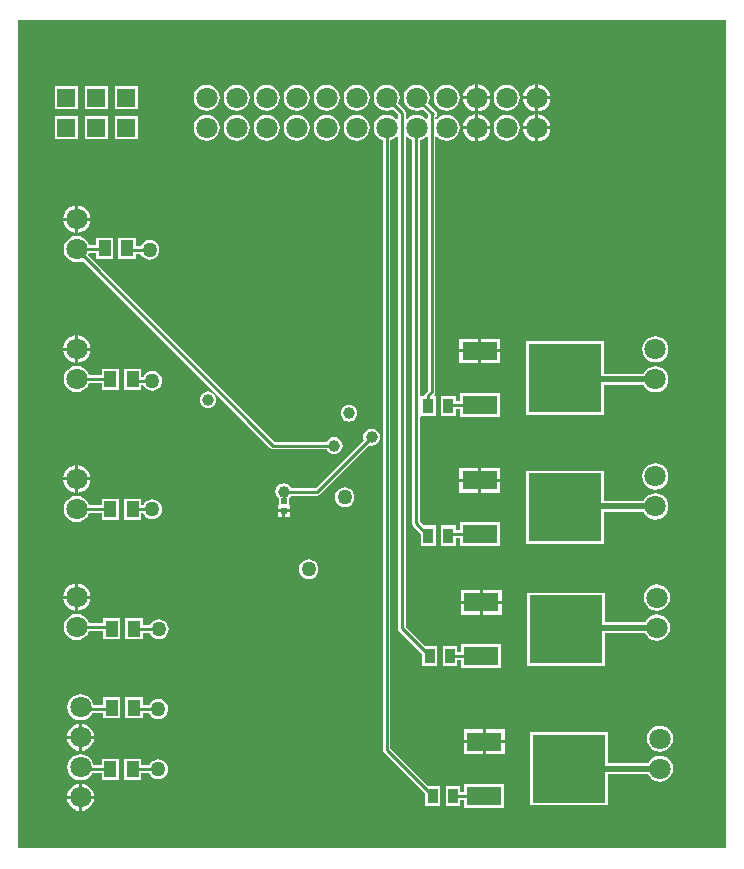
<source format=gbr>
G04 Layer_Physical_Order=4*
G04 Layer_Color=16711680*
%FSLAX26Y26*%
%MOIN*%
%TF.FileFunction,Copper,L4,Bot,Signal*%
%TF.Part,Single*%
G01*
G75*
%TA.AperFunction,SMDPad,CuDef*%
%ADD12R,0.033465X0.051181*%
%ADD16R,0.020472X0.020472*%
%TA.AperFunction,Conductor*%
%ADD17C,0.010000*%
%ADD18C,0.019685*%
%TA.AperFunction,ComponentPad*%
%ADD19R,0.060000X0.060000*%
%ADD20C,0.070866*%
%TA.AperFunction,ViaPad*%
%ADD21C,0.050000*%
%ADD22C,0.039370*%
%TA.AperFunction,SMDPad,CuDef*%
%ADD31R,0.041339X0.055118*%
%ADD32R,0.118110X0.062992*%
%ADD33R,0.244095X0.228346*%
G36*
X2322835Y2760000D02*
X2322835Y-1D01*
X-39370Y-0D01*
X-39370Y2760000D01*
X2322835Y2760000D01*
D02*
G37*
%LPC*%
G36*
X373032Y1165354D02*
X315945D01*
Y1094488D01*
X373032D01*
Y1116795D01*
X379303D01*
X380733Y1113342D01*
X386003Y1106475D01*
X392870Y1101206D01*
X400867Y1097893D01*
X409449Y1096764D01*
X418031Y1097893D01*
X426028Y1101206D01*
X432895Y1106475D01*
X438164Y1113342D01*
X441477Y1121340D01*
X442606Y1129921D01*
X441477Y1138503D01*
X438164Y1146500D01*
X432895Y1153367D01*
X426028Y1158637D01*
X418031Y1161949D01*
X409449Y1163079D01*
X400867Y1161949D01*
X392870Y1158637D01*
X386003Y1153367D01*
X380733Y1146500D01*
X379303Y1143047D01*
X373032D01*
Y1165354D01*
D02*
G37*
G36*
X1914134Y1259055D02*
X1654291D01*
Y1014961D01*
X1914134D01*
Y1121336D01*
X2046670D01*
X2048235Y1117559D01*
X2055176Y1108512D01*
X2064223Y1101571D01*
X2074758Y1097207D01*
X2086063Y1095718D01*
X2097369Y1097207D01*
X2107903Y1101571D01*
X2116950Y1108512D01*
X2123892Y1117559D01*
X2128255Y1128094D01*
X2129744Y1139399D01*
X2128255Y1150705D01*
X2123892Y1161239D01*
X2116950Y1170286D01*
X2107903Y1177228D01*
X2097369Y1181591D01*
X2086063Y1183080D01*
X2074758Y1181591D01*
X2064223Y1177228D01*
X2055176Y1170286D01*
X2048235Y1161239D01*
X2046670Y1157463D01*
X1914134D01*
Y1259055D01*
D02*
G37*
G36*
X157480Y1174783D02*
X146175Y1173295D01*
X135640Y1168931D01*
X126593Y1161989D01*
X119652Y1152943D01*
X115288Y1142408D01*
X113800Y1131102D01*
X115288Y1119797D01*
X119652Y1109262D01*
X126593Y1100216D01*
X135640Y1093274D01*
X146175Y1088910D01*
X157480Y1087422D01*
X168786Y1088910D01*
X179321Y1093274D01*
X188367Y1100216D01*
X195309Y1109262D01*
X198918Y1117976D01*
X241141D01*
Y1094488D01*
X298228D01*
Y1165354D01*
X241141D01*
Y1144229D01*
X198918D01*
X195309Y1152943D01*
X188367Y1161989D01*
X179321Y1168931D01*
X168786Y1173295D01*
X157480Y1174783D01*
D02*
G37*
G36*
X1050000Y1203158D02*
X1041418Y1202028D01*
X1033421Y1198715D01*
X1026554Y1193446D01*
X1021285Y1186579D01*
X1017972Y1178582D01*
X1016842Y1170000D01*
X1017972Y1161418D01*
X1021285Y1153421D01*
X1026554Y1146554D01*
X1033421Y1141285D01*
X1041418Y1137972D01*
X1050000Y1136842D01*
X1058582Y1137972D01*
X1066579Y1141285D01*
X1073446Y1146554D01*
X1078715Y1153421D01*
X1082028Y1161418D01*
X1083158Y1170000D01*
X1082028Y1178582D01*
X1078715Y1186579D01*
X1073446Y1193446D01*
X1066579Y1198715D01*
X1058582Y1202028D01*
X1050000Y1203158D01*
D02*
G37*
G36*
X868236Y1120252D02*
X853000D01*
Y1105016D01*
X868236D01*
Y1120252D01*
D02*
G37*
G36*
X843000D02*
X827764D01*
Y1105016D01*
X843000D01*
Y1120252D01*
D02*
G37*
G36*
X1567677Y1086220D02*
X1433819D01*
Y1059977D01*
X1421024D01*
Y1075984D01*
X1371811D01*
Y1009055D01*
X1421024D01*
Y1033724D01*
X1433819D01*
Y1007480D01*
X1567677D01*
Y1086220D01*
D02*
G37*
G36*
X1574803Y862047D02*
X1510748D01*
Y825551D01*
X1574803D01*
Y862047D01*
D02*
G37*
G36*
X1500748D02*
X1436693D01*
Y825551D01*
X1500748D01*
Y862047D01*
D02*
G37*
G36*
X202647Y832402D02*
X162480D01*
Y792235D01*
X169341Y793138D01*
X180393Y797716D01*
X189883Y804998D01*
X197166Y814489D01*
X201744Y825541D01*
X202647Y832402D01*
D02*
G37*
G36*
X930000Y963158D02*
X921418Y962028D01*
X913421Y958715D01*
X906554Y953446D01*
X901285Y946579D01*
X897972Y938582D01*
X896842Y930000D01*
X897972Y921418D01*
X901285Y913421D01*
X906554Y906554D01*
X913421Y901285D01*
X921418Y897972D01*
X930000Y896842D01*
X938582Y897972D01*
X946579Y901285D01*
X953446Y906554D01*
X958715Y913421D01*
X962028Y921418D01*
X963158Y930000D01*
X962028Y938582D01*
X958715Y946579D01*
X953446Y953446D01*
X946579Y958715D01*
X938582Y962028D01*
X930000Y963158D01*
D02*
G37*
G36*
X162480Y882568D02*
Y842402D01*
X202647D01*
X201744Y849262D01*
X197166Y860314D01*
X189883Y869805D01*
X180393Y877087D01*
X169341Y881665D01*
X162480Y882568D01*
D02*
G37*
G36*
X152480D02*
X145620Y881665D01*
X134568Y877087D01*
X125077Y869805D01*
X117795Y860314D01*
X113217Y849262D01*
X112314Y842402D01*
X152480D01*
Y882568D01*
D02*
G37*
G36*
X1140000Y1397797D02*
X1132806Y1396850D01*
X1126102Y1394073D01*
X1120345Y1389655D01*
X1115927Y1383898D01*
X1113150Y1377194D01*
X1112203Y1370000D01*
X1113150Y1362806D01*
X1113470Y1362034D01*
X953563Y1202126D01*
X871393D01*
X871073Y1202898D01*
X866655Y1208655D01*
X860898Y1213073D01*
X854194Y1215850D01*
X847000Y1216797D01*
X839806Y1215850D01*
X833102Y1213073D01*
X827345Y1208655D01*
X822927Y1202898D01*
X820150Y1196194D01*
X819203Y1189000D01*
X820150Y1181806D01*
X822927Y1175102D01*
X827345Y1169345D01*
X829890Y1167392D01*
Y1145488D01*
X827764D01*
Y1130252D01*
X848000D01*
X868236D01*
Y1145488D01*
X866110D01*
Y1168926D01*
X866655Y1169345D01*
X871073Y1175102D01*
X871393Y1175874D01*
X959000D01*
X964023Y1176873D01*
X968282Y1179718D01*
X1132034Y1343470D01*
X1132806Y1343150D01*
X1140000Y1342203D01*
X1147194Y1343150D01*
X1153898Y1345927D01*
X1159655Y1350345D01*
X1164073Y1356102D01*
X1166850Y1362806D01*
X1167797Y1370000D01*
X1166850Y1377194D01*
X1164073Y1383898D01*
X1159655Y1389655D01*
X1153898Y1394073D01*
X1147194Y1396850D01*
X1140000Y1397797D01*
D02*
G37*
G36*
X162480Y1276269D02*
Y1236102D01*
X202647D01*
X201744Y1242963D01*
X197166Y1254015D01*
X189883Y1263506D01*
X180393Y1270788D01*
X169341Y1275366D01*
X162480Y1276269D01*
D02*
G37*
G36*
X152480D02*
X145620Y1275366D01*
X134568Y1270788D01*
X125077Y1263506D01*
X117795Y1254015D01*
X113217Y1242963D01*
X112314Y1236102D01*
X152480D01*
Y1276269D01*
D02*
G37*
G36*
X1914134Y1689606D02*
X1654291D01*
Y1445512D01*
X1914134D01*
Y1545086D01*
X2046670D01*
X2048235Y1541309D01*
X2055176Y1532263D01*
X2064223Y1525321D01*
X2074758Y1520957D01*
X2086063Y1519469D01*
X2097369Y1520957D01*
X2107903Y1525321D01*
X2116950Y1532263D01*
X2123892Y1541309D01*
X2128255Y1551844D01*
X2129744Y1563150D01*
X2128255Y1574455D01*
X2123892Y1584990D01*
X2116950Y1594036D01*
X2107903Y1600978D01*
X2097369Y1605342D01*
X2086063Y1606830D01*
X2074758Y1605342D01*
X2064223Y1600978D01*
X2055176Y1594036D01*
X2048235Y1584990D01*
X2046670Y1581213D01*
X1914134D01*
Y1689606D01*
D02*
G37*
G36*
X1567677Y1516772D02*
X1433819D01*
Y1490528D01*
X1421024D01*
Y1506535D01*
X1371811D01*
Y1439606D01*
X1421024D01*
Y1464275D01*
X1433819D01*
Y1438032D01*
X1567677D01*
Y1516772D01*
D02*
G37*
G36*
X1065000Y1477797D02*
X1057806Y1476850D01*
X1051102Y1474073D01*
X1045345Y1469655D01*
X1040927Y1463898D01*
X1038150Y1457194D01*
X1037203Y1450000D01*
X1038150Y1442806D01*
X1040927Y1436102D01*
X1045345Y1430345D01*
X1051102Y1425927D01*
X1057806Y1423150D01*
X1065000Y1422203D01*
X1072194Y1423150D01*
X1078898Y1425927D01*
X1084655Y1430345D01*
X1089073Y1436102D01*
X1091850Y1442806D01*
X1092797Y1450000D01*
X1091850Y1457194D01*
X1089073Y1463898D01*
X1084655Y1469655D01*
X1078898Y1474073D01*
X1072194Y1476850D01*
X1065000Y1477797D01*
D02*
G37*
G36*
X1569803Y1268661D02*
X1505748D01*
Y1232166D01*
X1569803D01*
Y1268661D01*
D02*
G37*
G36*
X152480Y1226102D02*
X112314D01*
X113217Y1219242D01*
X117795Y1208190D01*
X125077Y1198699D01*
X134568Y1191417D01*
X145620Y1186839D01*
X152480Y1185936D01*
Y1226102D01*
D02*
G37*
G36*
X1569803Y1222166D02*
X1505748D01*
Y1185669D01*
X1569803D01*
Y1222166D01*
D02*
G37*
G36*
X1495748D02*
X1431693D01*
Y1185669D01*
X1495748D01*
Y1222166D01*
D02*
G37*
G36*
Y1268661D02*
X1431693D01*
Y1232166D01*
X1495748D01*
Y1268661D01*
D02*
G37*
G36*
X2086063Y1283080D02*
X2074758Y1281591D01*
X2064223Y1277228D01*
X2055176Y1270286D01*
X2048235Y1261239D01*
X2043871Y1250705D01*
X2042382Y1239399D01*
X2043871Y1228094D01*
X2048235Y1217559D01*
X2055176Y1208512D01*
X2064223Y1201571D01*
X2074758Y1197207D01*
X2086063Y1195718D01*
X2097369Y1197207D01*
X2107903Y1201571D01*
X2116950Y1208512D01*
X2123892Y1217559D01*
X2128255Y1228094D01*
X2129744Y1239399D01*
X2128255Y1250705D01*
X2123892Y1261239D01*
X2116950Y1270286D01*
X2107903Y1277228D01*
X2097369Y1281591D01*
X2086063Y1283080D01*
D02*
G37*
G36*
X202647Y1226102D02*
X162480D01*
Y1185936D01*
X169341Y1186839D01*
X180393Y1191417D01*
X189883Y1198699D01*
X197166Y1208190D01*
X201744Y1219242D01*
X202647Y1226102D01*
D02*
G37*
G36*
X152480Y832402D02*
X112314D01*
X113217Y825541D01*
X117795Y814489D01*
X125077Y804998D01*
X134568Y797716D01*
X145620Y793138D01*
X152480Y792235D01*
Y832402D01*
D02*
G37*
G36*
X1584803Y350035D02*
X1520748D01*
Y313539D01*
X1584803D01*
Y350035D01*
D02*
G37*
G36*
X1510748D02*
X1446693D01*
Y313539D01*
X1510748D01*
Y350035D01*
D02*
G37*
G36*
X373032Y299212D02*
X315945D01*
Y228346D01*
X373032D01*
Y250653D01*
X398988D01*
X400418Y247201D01*
X405688Y240333D01*
X412555Y235064D01*
X420552Y231752D01*
X429134Y230622D01*
X437716Y231752D01*
X445713Y235064D01*
X452580Y240333D01*
X457849Y247201D01*
X461162Y255198D01*
X462292Y263779D01*
X461162Y272361D01*
X457849Y280358D01*
X452580Y287226D01*
X445713Y292495D01*
X437716Y295807D01*
X429134Y296937D01*
X420552Y295807D01*
X412555Y292495D01*
X405688Y287226D01*
X400418Y280358D01*
X398988Y276906D01*
X373032D01*
Y299212D01*
D02*
G37*
G36*
X215167Y365000D02*
X175000D01*
Y324833D01*
X181860Y325736D01*
X192912Y330314D01*
X202403Y337597D01*
X209686Y347087D01*
X214264Y358140D01*
X215167Y365000D01*
D02*
G37*
G36*
X165000D02*
X124833D01*
X125736Y358140D01*
X130314Y347087D01*
X137597Y337597D01*
X147088Y330314D01*
X158140Y325736D01*
X165000Y324833D01*
Y365000D01*
D02*
G37*
G36*
X2101063Y408803D02*
X2089758Y407315D01*
X2079223Y402951D01*
X2070176Y396009D01*
X2063235Y386963D01*
X2058871Y376428D01*
X2057382Y365123D01*
X2058871Y353817D01*
X2063235Y343282D01*
X2070176Y334236D01*
X2079223Y327294D01*
X2089758Y322930D01*
X2101063Y321442D01*
X2112369Y322930D01*
X2122903Y327294D01*
X2131950Y334236D01*
X2138892Y343282D01*
X2143255Y353817D01*
X2144744Y365123D01*
X2143255Y376428D01*
X2138892Y386963D01*
X2131950Y396009D01*
X2122903Y402951D01*
X2112369Y407315D01*
X2101063Y408803D01*
D02*
G37*
G36*
X170000Y313681D02*
X158695Y312192D01*
X148160Y307829D01*
X139113Y300887D01*
X132171Y291840D01*
X127808Y281305D01*
X126319Y270000D01*
X127808Y258695D01*
X132171Y248160D01*
X139113Y239113D01*
X148160Y232171D01*
X158695Y227808D01*
X170000Y226319D01*
X181305Y227808D01*
X191840Y232171D01*
X200887Y239113D01*
X207829Y248160D01*
X209351Y251834D01*
X241141D01*
Y228346D01*
X298228D01*
Y299212D01*
X241141D01*
Y278087D01*
X212616D01*
X212192Y281305D01*
X207829Y291840D01*
X200887Y300887D01*
X191840Y307829D01*
X181305Y312192D01*
X170000Y313681D01*
D02*
G37*
G36*
X165000Y215167D02*
X158140Y214264D01*
X147088Y209686D01*
X137597Y202403D01*
X130314Y192912D01*
X125736Y181860D01*
X124833Y175000D01*
X165000D01*
Y215167D01*
D02*
G37*
G36*
X215167Y165000D02*
X175000D01*
Y124833D01*
X181860Y125736D01*
X192912Y130314D01*
X202403Y137597D01*
X209686Y147088D01*
X214264Y158140D01*
X215167Y165000D01*
D02*
G37*
G36*
X165000D02*
X124833D01*
X125736Y158140D01*
X130314Y147088D01*
X137597Y137597D01*
X147088Y130314D01*
X158140Y125736D01*
X165000Y124833D01*
Y165000D01*
D02*
G37*
G36*
X1929134Y386925D02*
X1669291D01*
Y142830D01*
X1929134D01*
Y247059D01*
X2061670D01*
X2063235Y243282D01*
X2070176Y234236D01*
X2079223Y227294D01*
X2089758Y222930D01*
X2101063Y221442D01*
X2112369Y222930D01*
X2122903Y227294D01*
X2131950Y234236D01*
X2138892Y243282D01*
X2143255Y253817D01*
X2144744Y265123D01*
X2143255Y276428D01*
X2138892Y286963D01*
X2131950Y296009D01*
X2122903Y302951D01*
X2112369Y307315D01*
X2101063Y308803D01*
X2089758Y307315D01*
X2079223Y302951D01*
X2070176Y296009D01*
X2063235Y286963D01*
X2061670Y283186D01*
X1929134D01*
Y386925D01*
D02*
G37*
G36*
X1582677Y214090D02*
X1448819D01*
Y187846D01*
X1436024D01*
Y207791D01*
X1386811D01*
Y140862D01*
X1436024D01*
Y161594D01*
X1448819D01*
Y135350D01*
X1582677D01*
Y214090D01*
D02*
G37*
G36*
X175000Y215167D02*
Y175000D01*
X215167D01*
X214264Y181860D01*
X209686Y192912D01*
X202403Y202403D01*
X192912Y209686D01*
X181860Y214264D01*
X175000Y215167D01*
D02*
G37*
G36*
X376969Y767716D02*
X319882D01*
Y696850D01*
X376969D01*
Y717188D01*
X400957D01*
X402387Y713736D01*
X407657Y706869D01*
X414524Y701599D01*
X422521Y698287D01*
X431103Y697157D01*
X439685Y698287D01*
X447682Y701599D01*
X454549Y706869D01*
X459818Y713736D01*
X463131Y721733D01*
X464260Y730315D01*
X463131Y738896D01*
X459818Y746894D01*
X454549Y753761D01*
X447682Y759030D01*
X439685Y762343D01*
X431103Y763472D01*
X422521Y762343D01*
X414524Y759030D01*
X407657Y753761D01*
X402387Y746894D01*
X400957Y743441D01*
X376969D01*
Y767716D01*
D02*
G37*
G36*
X157480Y781082D02*
X146175Y779594D01*
X135640Y775230D01*
X126593Y768288D01*
X119652Y759242D01*
X115288Y748707D01*
X113800Y737402D01*
X115288Y726096D01*
X119652Y715561D01*
X126593Y706515D01*
X135640Y699573D01*
X146175Y695209D01*
X157480Y693721D01*
X168786Y695209D01*
X179321Y699573D01*
X188367Y706515D01*
X195309Y715561D01*
X198918Y724275D01*
X245078D01*
Y696850D01*
X302165D01*
Y767716D01*
X245078D01*
Y750528D01*
X198918D01*
X195309Y759242D01*
X188367Y768288D01*
X179321Y775230D01*
X168786Y779594D01*
X157480Y781082D01*
D02*
G37*
G36*
X1919134Y852441D02*
X1659291D01*
Y608346D01*
X1919134D01*
Y717585D01*
X2051670D01*
X2053235Y713808D01*
X2060176Y704762D01*
X2069223Y697820D01*
X2079758Y693457D01*
X2091063Y691968D01*
X2102369Y693457D01*
X2112903Y697820D01*
X2121950Y704762D01*
X2128892Y713808D01*
X2133255Y724343D01*
X2134744Y735649D01*
X2133255Y746954D01*
X2128892Y757489D01*
X2121950Y766536D01*
X2112903Y773477D01*
X2102369Y777841D01*
X2091063Y779330D01*
X2079758Y777841D01*
X2069223Y773477D01*
X2060176Y766536D01*
X2053235Y757489D01*
X2051670Y753712D01*
X1919134D01*
Y852441D01*
D02*
G37*
G36*
X2091063Y879330D02*
X2079758Y877841D01*
X2069223Y873477D01*
X2060176Y866536D01*
X2053235Y857489D01*
X2048871Y846954D01*
X2047382Y835649D01*
X2048871Y824343D01*
X2053235Y813808D01*
X2060176Y804762D01*
X2069223Y797820D01*
X2079758Y793457D01*
X2091063Y791968D01*
X2102369Y793457D01*
X2112903Y797820D01*
X2121950Y804762D01*
X2128892Y813808D01*
X2133255Y824343D01*
X2134744Y835649D01*
X2133255Y846954D01*
X2128892Y857489D01*
X2121950Y866536D01*
X2112903Y873477D01*
X2102369Y877841D01*
X2091063Y879330D01*
D02*
G37*
G36*
X1574803Y815551D02*
X1510748D01*
Y779055D01*
X1574803D01*
Y815551D01*
D02*
G37*
G36*
X1500748D02*
X1436693D01*
Y779055D01*
X1500748D01*
Y815551D01*
D02*
G37*
G36*
X1572677Y679606D02*
X1438819D01*
Y653362D01*
X1426024D01*
Y673307D01*
X1376811D01*
Y606378D01*
X1426024D01*
Y627110D01*
X1438819D01*
Y600866D01*
X1572677D01*
Y679606D01*
D02*
G37*
G36*
X165000Y415167D02*
X158140Y414264D01*
X147088Y409686D01*
X137597Y402403D01*
X130314Y392913D01*
X125736Y381860D01*
X124833Y375000D01*
X165000D01*
Y415167D01*
D02*
G37*
G36*
X1584803Y396531D02*
X1520748D01*
Y360035D01*
X1584803D01*
Y396531D01*
D02*
G37*
G36*
X1510748D02*
X1446693D01*
Y360035D01*
X1510748D01*
Y396531D01*
D02*
G37*
G36*
X170000Y513681D02*
X158695Y512192D01*
X148160Y507829D01*
X139113Y500887D01*
X132171Y491840D01*
X127808Y481305D01*
X126319Y470000D01*
X127808Y458695D01*
X132171Y448160D01*
X139113Y439113D01*
X148160Y432171D01*
X158695Y427808D01*
X170000Y426319D01*
X181305Y427808D01*
X191840Y432171D01*
X200887Y439113D01*
X207829Y448160D01*
X209351Y451834D01*
X245078D01*
Y433071D01*
X302165D01*
Y503937D01*
X245078D01*
Y478087D01*
X212616D01*
X212192Y481305D01*
X207829Y491840D01*
X200887Y500887D01*
X191840Y507829D01*
X181305Y512192D01*
X170000Y513681D01*
D02*
G37*
G36*
X376969Y503937D02*
X319882D01*
Y433071D01*
X376969D01*
Y451441D01*
X398988D01*
X400418Y447988D01*
X405688Y441121D01*
X412555Y435851D01*
X420552Y432539D01*
X429134Y431409D01*
X437716Y432539D01*
X445713Y435851D01*
X452580Y441121D01*
X457849Y447988D01*
X461162Y455985D01*
X462292Y464567D01*
X461162Y473149D01*
X457849Y481146D01*
X452580Y488013D01*
X445713Y493282D01*
X437716Y496595D01*
X429134Y497725D01*
X420552Y496595D01*
X412555Y493282D01*
X405688Y488013D01*
X400418Y481146D01*
X398988Y477693D01*
X376969D01*
Y503937D01*
D02*
G37*
G36*
X175000Y415167D02*
Y375000D01*
X215167D01*
X214264Y381860D01*
X209686Y392913D01*
X202403Y402403D01*
X192912Y409686D01*
X181860Y414264D01*
X175000Y415167D01*
D02*
G37*
G36*
X373032Y1598425D02*
X315945D01*
Y1527559D01*
X373032D01*
Y1545929D01*
X379303D01*
X380733Y1542476D01*
X386003Y1535609D01*
X392870Y1530340D01*
X400867Y1527027D01*
X409449Y1525897D01*
X418031Y1527027D01*
X426028Y1530340D01*
X432895Y1535609D01*
X438164Y1542476D01*
X441477Y1550473D01*
X442606Y1559055D01*
X441477Y1567637D01*
X438164Y1575634D01*
X432895Y1582501D01*
X426028Y1587771D01*
X418031Y1591083D01*
X409449Y1592213D01*
X400867Y1591083D01*
X392870Y1587771D01*
X386003Y1582501D01*
X380733Y1575634D01*
X379303Y1572181D01*
X373032D01*
Y1598425D01*
D02*
G37*
G36*
X1735718Y2496575D02*
X1695551D01*
Y2456408D01*
X1702412Y2457311D01*
X1713464Y2461889D01*
X1722954Y2469172D01*
X1730237Y2478662D01*
X1734815Y2489714D01*
X1735718Y2496575D01*
D02*
G37*
G36*
X1535718D02*
X1495551D01*
Y2456408D01*
X1502412Y2457311D01*
X1513464Y2461889D01*
X1522954Y2469172D01*
X1530237Y2478662D01*
X1534815Y2489714D01*
X1535718Y2496575D01*
D02*
G37*
G36*
X1290551Y2545256D02*
X1279246Y2543767D01*
X1268711Y2539403D01*
X1259664Y2532462D01*
X1252723Y2523415D01*
X1248359Y2512880D01*
X1246870Y2501575D01*
X1248359Y2490269D01*
X1252723Y2479734D01*
X1259664Y2470688D01*
X1268711Y2463746D01*
X1279246Y2459383D01*
X1290551Y2457894D01*
X1301857Y2459383D01*
X1310571Y2462992D01*
X1326874Y2446689D01*
Y2433155D01*
X1322139Y2431548D01*
X1321438Y2432462D01*
X1312391Y2439403D01*
X1301857Y2443767D01*
X1290551Y2445256D01*
X1279246Y2443767D01*
X1268711Y2439403D01*
X1259664Y2432462D01*
X1258861Y2431415D01*
X1254126Y2433022D01*
Y2451126D01*
X1253127Y2456149D01*
X1250282Y2460408D01*
X1229134Y2481555D01*
X1232744Y2490269D01*
X1234232Y2501575D01*
X1232744Y2512880D01*
X1228380Y2523415D01*
X1221438Y2532462D01*
X1212391Y2539403D01*
X1201857Y2543767D01*
X1190551Y2545256D01*
X1179246Y2543767D01*
X1168711Y2539403D01*
X1159664Y2532462D01*
X1152723Y2523415D01*
X1148359Y2512880D01*
X1146870Y2501575D01*
X1148359Y2490269D01*
X1152723Y2479734D01*
X1159664Y2470688D01*
X1168711Y2463746D01*
X1179246Y2459383D01*
X1190551Y2457894D01*
X1201857Y2459383D01*
X1210571Y2462992D01*
X1227874Y2445689D01*
Y2431852D01*
X1223139Y2430245D01*
X1221438Y2432462D01*
X1212391Y2439403D01*
X1201857Y2443767D01*
X1190551Y2445256D01*
X1179246Y2443767D01*
X1168711Y2439403D01*
X1159664Y2432462D01*
X1152723Y2423415D01*
X1148359Y2412880D01*
X1146870Y2401575D01*
X1148359Y2390269D01*
X1152723Y2379734D01*
X1159664Y2370688D01*
X1168711Y2363746D01*
X1176874Y2360365D01*
Y328815D01*
X1177873Y323792D01*
X1180718Y319533D01*
X1319882Y180369D01*
Y140862D01*
X1369095D01*
Y207791D01*
X1329587D01*
X1203126Y334252D01*
Y2359908D01*
X1212391Y2363746D01*
X1221438Y2370688D01*
X1223139Y2372905D01*
X1227874Y2371298D01*
Y733331D01*
X1228873Y728308D01*
X1231718Y724049D01*
X1309882Y645886D01*
Y606378D01*
X1359095D01*
Y673307D01*
X1319587D01*
X1254126Y738768D01*
Y2370128D01*
X1258861Y2371735D01*
X1259664Y2370688D01*
X1268711Y2363746D01*
X1273874Y2361608D01*
Y1085008D01*
X1274873Y1079985D01*
X1277718Y1075726D01*
X1304882Y1048563D01*
Y1009055D01*
X1354095D01*
Y1075984D01*
X1314587D01*
X1300126Y1090445D01*
Y1439017D01*
X1304882Y1439606D01*
Y1439606D01*
X1354095D01*
Y1506535D01*
X1351336D01*
X1349828Y1511535D01*
X1352127Y1514977D01*
X1353126Y1520000D01*
Y2371431D01*
X1357861Y2373038D01*
X1359664Y2370688D01*
X1368711Y2363746D01*
X1379246Y2359383D01*
X1390551Y2357894D01*
X1401857Y2359383D01*
X1412391Y2363746D01*
X1421438Y2370688D01*
X1428380Y2379734D01*
X1432744Y2390269D01*
X1434232Y2401575D01*
X1432744Y2412880D01*
X1428380Y2423415D01*
X1421438Y2432462D01*
X1412391Y2439403D01*
X1401857Y2443767D01*
X1390551Y2445256D01*
X1379246Y2443767D01*
X1368711Y2439403D01*
X1359664Y2432462D01*
X1357861Y2430111D01*
X1353126Y2431719D01*
Y2437926D01*
X1353770Y2438356D01*
X1356615Y2442615D01*
X1357614Y2447638D01*
X1356615Y2452661D01*
X1353770Y2456919D01*
X1329134Y2481555D01*
X1332744Y2490269D01*
X1334232Y2501575D01*
X1332744Y2512880D01*
X1328380Y2523415D01*
X1321438Y2532462D01*
X1312391Y2539403D01*
X1301857Y2543767D01*
X1290551Y2545256D01*
D02*
G37*
G36*
X590551D02*
X579246Y2543767D01*
X568711Y2539403D01*
X559664Y2532462D01*
X552723Y2523415D01*
X548359Y2512880D01*
X546870Y2501575D01*
X548359Y2490269D01*
X552723Y2479734D01*
X559664Y2470688D01*
X568711Y2463746D01*
X579246Y2459383D01*
X590551Y2457894D01*
X601857Y2459383D01*
X612391Y2463746D01*
X621438Y2470688D01*
X628380Y2479734D01*
X632744Y2490269D01*
X634232Y2501575D01*
X632744Y2512880D01*
X628380Y2523415D01*
X621438Y2532462D01*
X612391Y2539403D01*
X601857Y2543767D01*
X590551Y2545256D01*
D02*
G37*
G36*
X1685551Y2496575D02*
X1645384D01*
X1646288Y2489714D01*
X1650866Y2478662D01*
X1658148Y2469172D01*
X1667639Y2461889D01*
X1678691Y2457311D01*
X1685551Y2456408D01*
Y2496575D01*
D02*
G37*
G36*
X1485551D02*
X1445384D01*
X1446288Y2489714D01*
X1450866Y2478662D01*
X1458148Y2469172D01*
X1467639Y2461889D01*
X1478691Y2457311D01*
X1485551Y2456408D01*
Y2496575D01*
D02*
G37*
G36*
X1695551Y2446742D02*
Y2406575D01*
X1735718D01*
X1734815Y2413435D01*
X1730237Y2424487D01*
X1722954Y2433978D01*
X1713464Y2441260D01*
X1702412Y2445838D01*
X1695551Y2446742D01*
D02*
G37*
G36*
X360906Y2439449D02*
X285158D01*
Y2363701D01*
X360906D01*
Y2439449D01*
D02*
G37*
G36*
X260906D02*
X185158D01*
Y2363701D01*
X260906D01*
Y2439449D01*
D02*
G37*
G36*
X160906D02*
X85158D01*
Y2363701D01*
X160906D01*
Y2439449D01*
D02*
G37*
G36*
X1495551Y2446742D02*
Y2406575D01*
X1535718D01*
X1534815Y2413435D01*
X1530237Y2424487D01*
X1522954Y2433978D01*
X1513464Y2441260D01*
X1502412Y2445838D01*
X1495551Y2446742D01*
D02*
G37*
G36*
X1685551Y2446742D02*
X1678691Y2445838D01*
X1667639Y2441260D01*
X1658148Y2433978D01*
X1650866Y2424487D01*
X1646288Y2413435D01*
X1645384Y2406575D01*
X1685551D01*
Y2446742D01*
D02*
G37*
G36*
X1485551D02*
X1478691Y2445838D01*
X1467639Y2441260D01*
X1458148Y2433978D01*
X1450866Y2424487D01*
X1446288Y2413435D01*
X1445384Y2406575D01*
X1485551D01*
Y2446742D01*
D02*
G37*
G36*
X690551Y2545256D02*
X679246Y2543767D01*
X668711Y2539403D01*
X659664Y2532462D01*
X652723Y2523415D01*
X648359Y2512880D01*
X646870Y2501575D01*
X648359Y2490269D01*
X652723Y2479734D01*
X659664Y2470688D01*
X668711Y2463746D01*
X679246Y2459383D01*
X690551Y2457894D01*
X701857Y2459383D01*
X712391Y2463746D01*
X721438Y2470688D01*
X728380Y2479734D01*
X732744Y2490269D01*
X734232Y2501575D01*
X732744Y2512880D01*
X728380Y2523415D01*
X721438Y2532462D01*
X712391Y2539403D01*
X701857Y2543767D01*
X690551Y2545256D01*
D02*
G37*
G36*
X1485551Y2546742D02*
X1478691Y2545838D01*
X1467639Y2541260D01*
X1458148Y2533978D01*
X1450866Y2524487D01*
X1446288Y2513435D01*
X1445384Y2506575D01*
X1485551D01*
Y2546742D01*
D02*
G37*
G36*
X360906Y2539449D02*
X285158D01*
Y2463701D01*
X360906D01*
Y2539449D01*
D02*
G37*
G36*
X260906D02*
X185158D01*
Y2463701D01*
X260906D01*
Y2539449D01*
D02*
G37*
G36*
X1695551Y2546742D02*
Y2506575D01*
X1735718D01*
X1734815Y2513435D01*
X1730237Y2524487D01*
X1722954Y2533978D01*
X1713464Y2541260D01*
X1702412Y2545838D01*
X1695551Y2546742D01*
D02*
G37*
G36*
X1495551D02*
Y2506575D01*
X1535718D01*
X1534815Y2513435D01*
X1530237Y2524487D01*
X1522954Y2533978D01*
X1513464Y2541260D01*
X1502412Y2545838D01*
X1495551Y2546742D01*
D02*
G37*
G36*
X1685551Y2546742D02*
X1678691Y2545838D01*
X1667639Y2541260D01*
X1658148Y2533978D01*
X1650866Y2524487D01*
X1646288Y2513435D01*
X1645384Y2506575D01*
X1685551D01*
Y2546742D01*
D02*
G37*
G36*
X160906Y2539449D02*
X85158D01*
Y2463701D01*
X160906D01*
Y2539449D01*
D02*
G37*
G36*
X990551Y2545256D02*
X979246Y2543767D01*
X968711Y2539403D01*
X959664Y2532462D01*
X952723Y2523415D01*
X948359Y2512880D01*
X946870Y2501575D01*
X948359Y2490269D01*
X952723Y2479734D01*
X959664Y2470688D01*
X968711Y2463746D01*
X979246Y2459383D01*
X990551Y2457894D01*
X1001857Y2459383D01*
X1012391Y2463746D01*
X1021438Y2470688D01*
X1028380Y2479734D01*
X1032744Y2490269D01*
X1034232Y2501575D01*
X1032744Y2512880D01*
X1028380Y2523415D01*
X1021438Y2532462D01*
X1012391Y2539403D01*
X1001857Y2543767D01*
X990551Y2545256D01*
D02*
G37*
G36*
X890551D02*
X879246Y2543767D01*
X868711Y2539403D01*
X859664Y2532462D01*
X852723Y2523415D01*
X848359Y2512880D01*
X846870Y2501575D01*
X848359Y2490269D01*
X852723Y2479734D01*
X859664Y2470688D01*
X868711Y2463746D01*
X879246Y2459383D01*
X890551Y2457894D01*
X901857Y2459383D01*
X912391Y2463746D01*
X921438Y2470688D01*
X928380Y2479734D01*
X932744Y2490269D01*
X934232Y2501575D01*
X932744Y2512880D01*
X928380Y2523415D01*
X921438Y2532462D01*
X912391Y2539403D01*
X901857Y2543767D01*
X890551Y2545256D01*
D02*
G37*
G36*
X790551D02*
X779246Y2543767D01*
X768711Y2539403D01*
X759664Y2532462D01*
X752723Y2523415D01*
X748359Y2512880D01*
X746870Y2501575D01*
X748359Y2490269D01*
X752723Y2479734D01*
X759664Y2470688D01*
X768711Y2463746D01*
X779246Y2459383D01*
X790551Y2457894D01*
X801857Y2459383D01*
X812391Y2463746D01*
X821438Y2470688D01*
X828380Y2479734D01*
X832744Y2490269D01*
X834232Y2501575D01*
X832744Y2512880D01*
X828380Y2523415D01*
X821438Y2532462D01*
X812391Y2539403D01*
X801857Y2543767D01*
X790551Y2545256D01*
D02*
G37*
G36*
X1590551D02*
X1579246Y2543767D01*
X1568711Y2539403D01*
X1559664Y2532462D01*
X1552723Y2523415D01*
X1548359Y2512880D01*
X1546870Y2501575D01*
X1548359Y2490269D01*
X1552723Y2479734D01*
X1559664Y2470688D01*
X1568711Y2463746D01*
X1579246Y2459383D01*
X1590551Y2457894D01*
X1601857Y2459383D01*
X1612391Y2463746D01*
X1621438Y2470688D01*
X1628380Y2479734D01*
X1632744Y2490269D01*
X1634232Y2501575D01*
X1632744Y2512880D01*
X1628380Y2523415D01*
X1621438Y2532462D01*
X1612391Y2539403D01*
X1601857Y2543767D01*
X1590551Y2545256D01*
D02*
G37*
G36*
X1390551D02*
X1379246Y2543767D01*
X1368711Y2539403D01*
X1359664Y2532462D01*
X1352723Y2523415D01*
X1348359Y2512880D01*
X1346870Y2501575D01*
X1348359Y2490269D01*
X1352723Y2479734D01*
X1359664Y2470688D01*
X1368711Y2463746D01*
X1379246Y2459383D01*
X1390551Y2457894D01*
X1401857Y2459383D01*
X1412391Y2463746D01*
X1421438Y2470688D01*
X1428380Y2479734D01*
X1432744Y2490269D01*
X1434232Y2501575D01*
X1432744Y2512880D01*
X1428380Y2523415D01*
X1421438Y2532462D01*
X1412391Y2539403D01*
X1401857Y2543767D01*
X1390551Y2545256D01*
D02*
G37*
G36*
X1090551D02*
X1079246Y2543767D01*
X1068711Y2539403D01*
X1059664Y2532462D01*
X1052723Y2523415D01*
X1048359Y2512880D01*
X1046870Y2501575D01*
X1048359Y2490269D01*
X1052723Y2479734D01*
X1059664Y2470688D01*
X1068711Y2463746D01*
X1079246Y2459383D01*
X1090551Y2457894D01*
X1101857Y2459383D01*
X1112391Y2463746D01*
X1121438Y2470688D01*
X1128380Y2479734D01*
X1132744Y2490269D01*
X1134232Y2501575D01*
X1132744Y2512880D01*
X1128380Y2523415D01*
X1121438Y2532462D01*
X1112391Y2539403D01*
X1101857Y2543767D01*
X1090551Y2545256D01*
D02*
G37*
G36*
X1590551Y2445256D02*
X1579246Y2443767D01*
X1568711Y2439403D01*
X1559664Y2432462D01*
X1552723Y2423415D01*
X1548359Y2412880D01*
X1546870Y2401575D01*
X1548359Y2390269D01*
X1552723Y2379734D01*
X1559664Y2370688D01*
X1568711Y2363746D01*
X1579246Y2359383D01*
X1590551Y2357894D01*
X1601857Y2359383D01*
X1612391Y2363746D01*
X1621438Y2370688D01*
X1628380Y2379734D01*
X1632744Y2390269D01*
X1634232Y2401575D01*
X1632744Y2412880D01*
X1628380Y2423415D01*
X1621438Y2432462D01*
X1612391Y2439403D01*
X1601857Y2443767D01*
X1590551Y2445256D01*
D02*
G37*
G36*
X162480Y1709340D02*
Y1669173D01*
X202647D01*
X201744Y1676034D01*
X197166Y1687086D01*
X189883Y1696576D01*
X180393Y1703859D01*
X169341Y1708437D01*
X162480Y1709340D01*
D02*
G37*
G36*
X152480D02*
X145620Y1708437D01*
X134568Y1703859D01*
X125077Y1696576D01*
X117795Y1687086D01*
X113217Y1676034D01*
X112314Y1669173D01*
X152480D01*
Y1709340D01*
D02*
G37*
G36*
X1569803Y1699213D02*
X1505748D01*
Y1662717D01*
X1569803D01*
Y1699213D01*
D02*
G37*
G36*
X152480Y2092244D02*
X112314D01*
X113217Y2085384D01*
X117795Y2074332D01*
X125077Y2064841D01*
X134568Y2057559D01*
X145620Y2052981D01*
X152480Y2052077D01*
Y2092244D01*
D02*
G37*
G36*
X157480Y2040925D02*
X146175Y2039436D01*
X135640Y2035073D01*
X126593Y2028131D01*
X119652Y2019084D01*
X115288Y2008550D01*
X113800Y1997244D01*
X115288Y1985939D01*
X119652Y1975404D01*
X126593Y1966357D01*
X135640Y1959416D01*
X146175Y1955052D01*
X157480Y1953563D01*
X168786Y1955052D01*
X177500Y1958661D01*
X617011Y1519150D01*
X613708Y1515383D01*
X611785Y1516858D01*
X608898Y1519073D01*
X602194Y1521850D01*
X595000Y1522797D01*
X587806Y1521850D01*
X581102Y1519073D01*
X575345Y1514655D01*
X570927Y1508898D01*
X568150Y1502194D01*
X567203Y1495000D01*
X568150Y1487806D01*
X570927Y1481102D01*
X575345Y1475345D01*
X581102Y1470927D01*
X587806Y1468150D01*
X595000Y1467203D01*
X602194Y1468150D01*
X608898Y1470927D01*
X614655Y1475345D01*
X619073Y1481102D01*
X621850Y1487806D01*
X622797Y1495000D01*
X621850Y1502194D01*
X619073Y1508898D01*
X616858Y1511785D01*
X615383Y1513708D01*
X619150Y1517011D01*
X802923Y1333238D01*
X807182Y1330393D01*
X812205Y1329393D01*
X991355D01*
X991675Y1328621D01*
X996093Y1322864D01*
X1001850Y1318447D01*
X1008554Y1315670D01*
X1015748Y1314723D01*
X1022942Y1315670D01*
X1029646Y1318447D01*
X1035403Y1322864D01*
X1039821Y1328621D01*
X1042598Y1335325D01*
X1043545Y1342520D01*
X1042598Y1349714D01*
X1039821Y1356418D01*
X1035403Y1362175D01*
X1029646Y1366592D01*
X1022942Y1369369D01*
X1015748Y1370316D01*
X1008554Y1369369D01*
X1001850Y1366592D01*
X996093Y1362175D01*
X991675Y1356418D01*
X991355Y1355646D01*
X817642D01*
X196063Y1977225D01*
X199489Y1985496D01*
X221457D01*
Y1964567D01*
X278543D01*
Y1998336D01*
X278874Y2000000D01*
X278543Y2001664D01*
Y2035433D01*
X221457D01*
Y2011748D01*
X198348D01*
X195309Y2019084D01*
X188367Y2028131D01*
X179321Y2035073D01*
X168786Y2039436D01*
X157480Y2040925D01*
D02*
G37*
G36*
X353346Y2035433D02*
X296260D01*
Y2001663D01*
X295929Y2000000D01*
X296260Y1998337D01*
Y1964567D01*
X353346D01*
Y1981874D01*
X369854D01*
X371285Y1978421D01*
X376554Y1971554D01*
X383421Y1966285D01*
X391418Y1962972D01*
X400000Y1961842D01*
X408582Y1962972D01*
X416579Y1966285D01*
X423446Y1971554D01*
X428715Y1978421D01*
X432028Y1986418D01*
X433158Y1995000D01*
X432028Y2003582D01*
X428715Y2011579D01*
X423446Y2018446D01*
X416579Y2023715D01*
X408582Y2027028D01*
X400000Y2028158D01*
X391418Y2027028D01*
X383421Y2023715D01*
X376554Y2018446D01*
X371285Y2011579D01*
X369854Y2008126D01*
X353346D01*
Y2035433D01*
D02*
G37*
G36*
X1495748Y1699213D02*
X1431693D01*
Y1662717D01*
X1495748D01*
Y1699213D01*
D02*
G37*
G36*
X1569803Y1652717D02*
X1505748D01*
Y1616221D01*
X1569803D01*
Y1652717D01*
D02*
G37*
G36*
X1495748D02*
X1431693D01*
Y1616221D01*
X1495748D01*
Y1652717D01*
D02*
G37*
G36*
X157480Y1607854D02*
X146175Y1606366D01*
X135640Y1602002D01*
X126593Y1595060D01*
X119652Y1586014D01*
X115288Y1575479D01*
X113800Y1564173D01*
X115288Y1552868D01*
X119652Y1542333D01*
X126593Y1533286D01*
X135640Y1526345D01*
X146175Y1521981D01*
X157480Y1520493D01*
X168786Y1521981D01*
X179321Y1526345D01*
X188367Y1533286D01*
X195309Y1542333D01*
X198918Y1551047D01*
X241141D01*
Y1527559D01*
X298228D01*
Y1598425D01*
X241141D01*
Y1577299D01*
X198918D01*
X195309Y1586014D01*
X188367Y1595060D01*
X179321Y1602002D01*
X168786Y1606366D01*
X157480Y1607854D01*
D02*
G37*
G36*
X2086063Y1706830D02*
X2074758Y1705342D01*
X2064223Y1700978D01*
X2055176Y1694036D01*
X2048235Y1684990D01*
X2043871Y1674455D01*
X2042382Y1663150D01*
X2043871Y1651844D01*
X2048235Y1641309D01*
X2055176Y1632263D01*
X2064223Y1625321D01*
X2074758Y1620957D01*
X2086063Y1619469D01*
X2097369Y1620957D01*
X2107903Y1625321D01*
X2116950Y1632263D01*
X2123892Y1641309D01*
X2128255Y1651844D01*
X2129744Y1663150D01*
X2128255Y1674455D01*
X2123892Y1684990D01*
X2116950Y1694036D01*
X2107903Y1700978D01*
X2097369Y1705342D01*
X2086063Y1706830D01*
D02*
G37*
G36*
X202647Y1659173D02*
X162480D01*
Y1619006D01*
X169341Y1619910D01*
X180393Y1624488D01*
X189883Y1631770D01*
X197166Y1641261D01*
X201744Y1652313D01*
X202647Y1659173D01*
D02*
G37*
G36*
X152480D02*
X112314D01*
X113217Y1652313D01*
X117795Y1641261D01*
X125077Y1631770D01*
X134568Y1624488D01*
X145620Y1619910D01*
X152480Y1619006D01*
Y1659173D01*
D02*
G37*
G36*
X790551Y2445256D02*
X779246Y2443767D01*
X768711Y2439403D01*
X759664Y2432462D01*
X752723Y2423415D01*
X748359Y2412880D01*
X746870Y2401575D01*
X748359Y2390269D01*
X752723Y2379734D01*
X759664Y2370688D01*
X768711Y2363746D01*
X779246Y2359383D01*
X790551Y2357894D01*
X801857Y2359383D01*
X812391Y2363746D01*
X821438Y2370688D01*
X828380Y2379734D01*
X832744Y2390269D01*
X834232Y2401575D01*
X832744Y2412880D01*
X828380Y2423415D01*
X821438Y2432462D01*
X812391Y2439403D01*
X801857Y2443767D01*
X790551Y2445256D01*
D02*
G37*
G36*
X690551D02*
X679246Y2443767D01*
X668711Y2439403D01*
X659664Y2432462D01*
X652723Y2423415D01*
X648359Y2412880D01*
X646870Y2401575D01*
X648359Y2390269D01*
X652723Y2379734D01*
X659664Y2370688D01*
X668711Y2363746D01*
X679246Y2359383D01*
X690551Y2357894D01*
X701857Y2359383D01*
X712391Y2363746D01*
X721438Y2370688D01*
X728380Y2379734D01*
X732744Y2390269D01*
X734232Y2401575D01*
X732744Y2412880D01*
X728380Y2423415D01*
X721438Y2432462D01*
X712391Y2439403D01*
X701857Y2443767D01*
X690551Y2445256D01*
D02*
G37*
G36*
X590551D02*
X579246Y2443767D01*
X568711Y2439403D01*
X559664Y2432462D01*
X552723Y2423415D01*
X548359Y2412880D01*
X546870Y2401575D01*
X548359Y2390269D01*
X552723Y2379734D01*
X559664Y2370688D01*
X568711Y2363746D01*
X579246Y2359383D01*
X590551Y2357894D01*
X601857Y2359383D01*
X612391Y2363746D01*
X621438Y2370688D01*
X628380Y2379734D01*
X632744Y2390269D01*
X634232Y2401575D01*
X632744Y2412880D01*
X628380Y2423415D01*
X621438Y2432462D01*
X612391Y2439403D01*
X601857Y2443767D01*
X590551Y2445256D01*
D02*
G37*
G36*
X1090551D02*
X1079246Y2443767D01*
X1068711Y2439403D01*
X1059664Y2432462D01*
X1052723Y2423415D01*
X1048359Y2412880D01*
X1046870Y2401575D01*
X1048359Y2390269D01*
X1052723Y2379734D01*
X1059664Y2370688D01*
X1068711Y2363746D01*
X1079246Y2359383D01*
X1090551Y2357894D01*
X1101857Y2359383D01*
X1112391Y2363746D01*
X1121438Y2370688D01*
X1128380Y2379734D01*
X1132744Y2390269D01*
X1134232Y2401575D01*
X1132744Y2412880D01*
X1128380Y2423415D01*
X1121438Y2432462D01*
X1112391Y2439403D01*
X1101857Y2443767D01*
X1090551Y2445256D01*
D02*
G37*
G36*
X990551D02*
X979246Y2443767D01*
X968711Y2439403D01*
X959664Y2432462D01*
X952723Y2423415D01*
X948359Y2412880D01*
X946870Y2401575D01*
X948359Y2390269D01*
X952723Y2379734D01*
X959664Y2370688D01*
X968711Y2363746D01*
X979246Y2359383D01*
X990551Y2357894D01*
X1001857Y2359383D01*
X1012391Y2363746D01*
X1021438Y2370688D01*
X1028380Y2379734D01*
X1032744Y2390269D01*
X1034232Y2401575D01*
X1032744Y2412880D01*
X1028380Y2423415D01*
X1021438Y2432462D01*
X1012391Y2439403D01*
X1001857Y2443767D01*
X990551Y2445256D01*
D02*
G37*
G36*
X890551D02*
X879246Y2443767D01*
X868711Y2439403D01*
X859664Y2432462D01*
X852723Y2423415D01*
X848359Y2412880D01*
X846870Y2401575D01*
X848359Y2390269D01*
X852723Y2379734D01*
X859664Y2370688D01*
X868711Y2363746D01*
X879246Y2359383D01*
X890551Y2357894D01*
X901857Y2359383D01*
X912391Y2363746D01*
X921438Y2370688D01*
X928380Y2379734D01*
X932744Y2390269D01*
X934232Y2401575D01*
X932744Y2412880D01*
X928380Y2423415D01*
X921438Y2432462D01*
X912391Y2439403D01*
X901857Y2443767D01*
X890551Y2445256D01*
D02*
G37*
G36*
X1685551Y2396575D02*
X1645384D01*
X1646288Y2389714D01*
X1650866Y2378662D01*
X1658148Y2369172D01*
X1667639Y2361889D01*
X1678691Y2357311D01*
X1685551Y2356408D01*
Y2396575D01*
D02*
G37*
G36*
X162480Y2142411D02*
Y2102244D01*
X202647D01*
X201744Y2109104D01*
X197166Y2120157D01*
X189883Y2129647D01*
X180393Y2136930D01*
X169341Y2141508D01*
X162480Y2142411D01*
D02*
G37*
G36*
X152480D02*
X145620Y2141508D01*
X134568Y2136930D01*
X125077Y2129647D01*
X117795Y2120157D01*
X113217Y2109104D01*
X112314Y2102244D01*
X152480D01*
Y2142411D01*
D02*
G37*
G36*
X202647Y2092244D02*
X162480D01*
Y2052077D01*
X169341Y2052981D01*
X180393Y2057559D01*
X189883Y2064841D01*
X197166Y2074332D01*
X201744Y2085384D01*
X202647Y2092244D01*
D02*
G37*
G36*
X1485551Y2396575D02*
X1445384D01*
X1446288Y2389714D01*
X1450866Y2378662D01*
X1458148Y2369172D01*
X1467639Y2361889D01*
X1478691Y2357311D01*
X1485551Y2356408D01*
Y2396575D01*
D02*
G37*
G36*
X1735718D02*
X1695551D01*
Y2356408D01*
X1702412Y2357311D01*
X1713464Y2361889D01*
X1722954Y2369172D01*
X1730237Y2378662D01*
X1734815Y2389714D01*
X1735718Y2396575D01*
D02*
G37*
G36*
X1535718D02*
X1495551D01*
Y2356408D01*
X1502412Y2357311D01*
X1513464Y2361889D01*
X1522954Y2369172D01*
X1530237Y2378662D01*
X1534815Y2389714D01*
X1535718Y2396575D01*
D02*
G37*
%LPD*%
G36*
X1326874Y2369994D02*
Y1525437D01*
X1320207Y1518770D01*
X1317361Y1514512D01*
X1316362Y1509488D01*
Y1506535D01*
X1304882D01*
Y1506535D01*
X1300126Y1507125D01*
Y2359155D01*
X1301857Y2359383D01*
X1312391Y2363746D01*
X1321438Y2370688D01*
X1322139Y2371602D01*
X1326874Y2369994D01*
D02*
G37*
D12*
X1329488Y1042520D02*
D03*
X1396417D02*
D03*
X1329488Y1473071D02*
D03*
X1396417D02*
D03*
X1334488Y639842D02*
D03*
X1401417D02*
D03*
X1344488Y174327D02*
D03*
X1411417D02*
D03*
D16*
X848000Y1156748D02*
D03*
Y1125252D02*
D03*
D17*
X1292913Y2499213D02*
X1344488Y2447638D01*
X1340000Y1520000D02*
Y2447638D01*
X1241000Y733331D02*
Y2451126D01*
X1192114Y2500012D02*
X1241000Y2451126D01*
X1188988Y2500012D02*
X1192114D01*
X1288189Y2499213D02*
X1292913D01*
X847500Y1157248D02*
X848000Y1156748D01*
X847500Y1157248D02*
Y1188500D01*
X1396417Y1473071D02*
X1400748Y1477402D01*
X1500748D01*
X1396417Y1042520D02*
X1400748Y1046850D01*
X1500748D01*
X1401417Y639842D02*
X1401811Y640236D01*
X1505748D01*
X1411417Y174327D02*
X1411811Y174720D01*
X1515748D01*
X1784213Y1137008D02*
X1786604Y1139399D01*
X1799213Y264878D02*
X1799457Y265123D01*
X1339331Y1459669D02*
Y1472087D01*
X157480Y1997244D02*
X158858Y1998622D01*
X264370D01*
X157480Y1564173D02*
X268503D01*
X269685Y1562992D01*
X344489D02*
X348425Y1559055D01*
X409449D01*
X157480Y1131102D02*
X268503D01*
X269685Y1129921D01*
X344489D02*
X344489Y1129921D01*
X409449D01*
X157480Y737402D02*
X268503D01*
X273622Y732283D01*
X348426D02*
X350394Y730315D01*
X431103D01*
X157480Y464961D02*
X270079D01*
X273622Y468504D01*
X157480Y264961D02*
X268503D01*
X269685Y263779D01*
X344489D02*
X344489Y263779D01*
X348426Y468504D02*
X352362Y464567D01*
X344489Y263779D02*
X429133D01*
X429134Y263779D01*
X352362Y464567D02*
X413387D01*
X417323Y468504D01*
X264370Y1998622D02*
X265748Y2000000D01*
X847000Y1189000D02*
X847500Y1188500D01*
X847000Y1189000D02*
X959000D01*
X157480Y1997244D02*
X812205Y1342520D01*
X1015748D01*
X959000Y1189000D02*
X1140000Y1370000D01*
X309055Y2000000D02*
X314055Y1995000D01*
X400000D01*
X1329488Y1473071D02*
Y1509488D01*
X1340000Y1520000D01*
X1287000Y1085008D02*
X1329488Y1042520D01*
X1287000Y1085008D02*
Y2401575D01*
X1241000Y733331D02*
X1334488Y639842D01*
X1190000Y328815D02*
X1344488Y174327D01*
X1190000Y328815D02*
Y2401575D01*
D18*
X1796496Y1563150D02*
X2086063D01*
X1786604Y1139399D02*
X2086063D01*
X1798405Y735649D02*
X2091063D01*
X1799457Y265123D02*
X2101063D01*
D19*
X123032Y2501575D02*
D03*
X223032D02*
D03*
X323032D02*
D03*
Y2401575D02*
D03*
X223032D02*
D03*
X123032D02*
D03*
D20*
X157480Y2097244D02*
D03*
Y1997244D02*
D03*
X2101063Y365123D02*
D03*
Y265123D02*
D03*
X2086063Y1563150D02*
D03*
Y1663150D02*
D03*
X157480Y1664173D02*
D03*
Y1564173D02*
D03*
X2086063Y1239399D02*
D03*
Y1139399D02*
D03*
X157480Y1231102D02*
D03*
Y1131102D02*
D03*
Y737402D02*
D03*
Y837402D02*
D03*
X2091063Y735649D02*
D03*
Y835649D02*
D03*
X170000Y170000D02*
D03*
Y270000D02*
D03*
Y370000D02*
D03*
Y470000D02*
D03*
X1590551Y2401575D02*
D03*
Y2501575D02*
D03*
X1490551D02*
D03*
X1390551D02*
D03*
X1290551D02*
D03*
X1190551D02*
D03*
X1090551D02*
D03*
X990551D02*
D03*
X890551D02*
D03*
X790551D02*
D03*
X690551D02*
D03*
X590551D02*
D03*
X1490551Y2401575D02*
D03*
X1390551D02*
D03*
X1290551D02*
D03*
X1190551D02*
D03*
X1090551D02*
D03*
X990551D02*
D03*
X890551D02*
D03*
X790551D02*
D03*
X690551D02*
D03*
X590551D02*
D03*
X1690551Y2501575D02*
D03*
Y2401575D02*
D03*
D21*
X409449Y1559055D02*
D03*
Y1129921D02*
D03*
X431103Y730315D02*
D03*
X429134Y464567D02*
D03*
Y263779D02*
D03*
X1050000Y1170000D02*
D03*
X930000Y930000D02*
D03*
X400000Y1995000D02*
D03*
D22*
X847000Y1189000D02*
D03*
X1015748Y1342520D02*
D03*
X1140000Y1370000D02*
D03*
X1065000Y1450000D02*
D03*
X595000Y1495000D02*
D03*
D31*
X273622Y468504D02*
D03*
X348426D02*
D03*
X344489Y263779D02*
D03*
X269685D02*
D03*
X348426Y732283D02*
D03*
X273622D02*
D03*
X344489Y1129921D02*
D03*
X269685D02*
D03*
Y1562992D02*
D03*
X344489D02*
D03*
X324803Y2000000D02*
D03*
X250000D02*
D03*
D32*
X1500748Y1477402D02*
D03*
Y1657717D02*
D03*
Y1046850D02*
D03*
Y1227165D02*
D03*
X1505748Y640236D02*
D03*
Y820551D02*
D03*
X1515748Y174720D02*
D03*
Y355035D02*
D03*
D33*
X1784213Y1567559D02*
D03*
Y1137008D02*
D03*
X1789213Y730394D02*
D03*
X1799213Y264878D02*
D03*
%TF.MD5,49cb475d275238c7735ea7c3a4e54fe9*%
M02*

</source>
